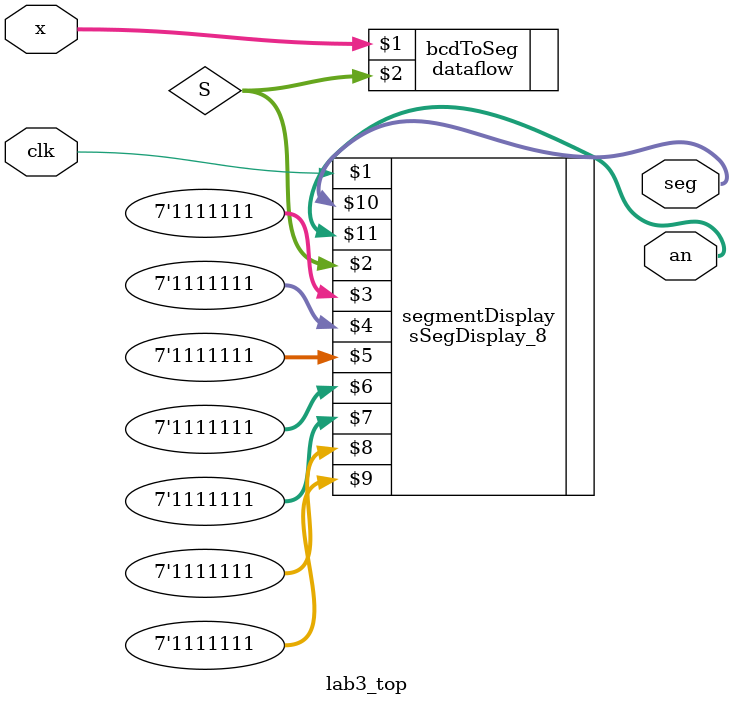
<source format=v>
`timescale 1ns / 1ps


module lab3_top(
    clk, x, seg, an
    );

    input clk;
    input [3:0] x;

    output [0:7] seg;
    output [7:0] an;

    wire [7:1] S;

    dataflow bcdToSeg (x, S);
    sSegDisplay_8 segmentDisplay (clk, S, 7'b1111111, 7'b1111111, 7'b1111111, 7'b1111111, 7'b1111111, 7'b1111111, 7'b1111111, seg, an);

endmodule
</source>
